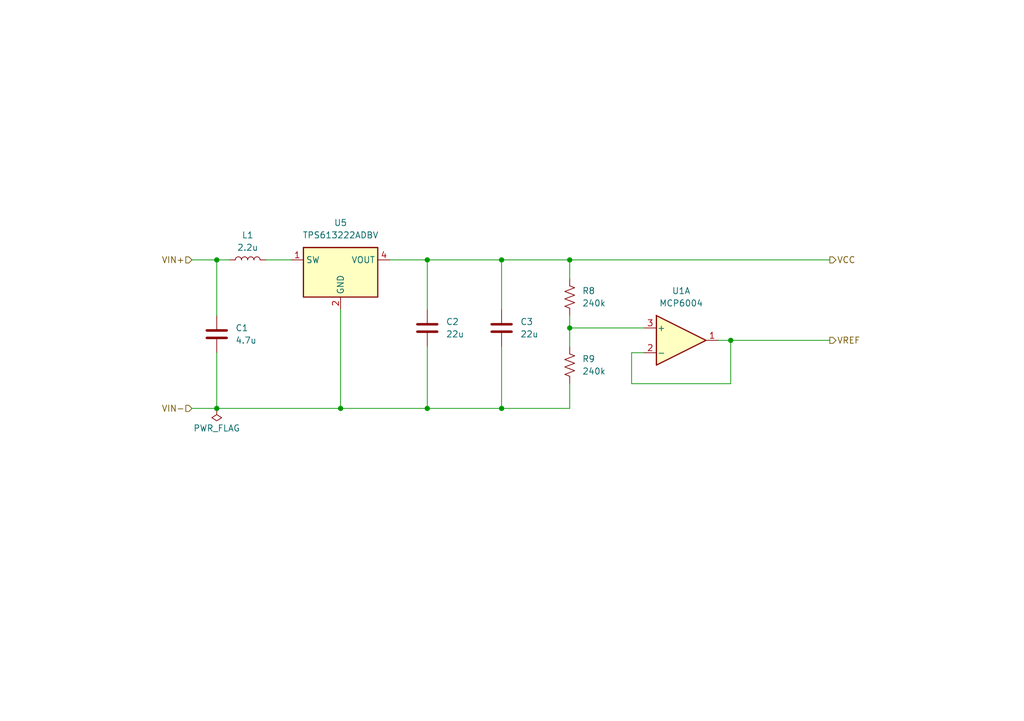
<source format=kicad_sch>
(kicad_sch (version 20250114) (generator "eeschema") (generator_version "9.0")
  (paper "A5")
  (title_block (title "EL223FP4L1") (date "2025-05-08") (rev "1") (company "Boles & Walker") (comment 1 "5V, 2.5V Rail Generator"))
  (lib_symbols
    (symbol "Amplifier_Operational:MCP6004" (pin_names (offset 0.127))
      (property "Reference" "U" (at 0 5.08 0))
      (property "Value" "MCP6004" (at 0 -5.08 0))
      (symbol "MCP6004_1_1"
        (polyline (pts (xy -5.08 5.08) (xy 5.08 0) (xy -5.08 -5.08) (xy -5.08 5.08)) (stroke (width 0.254)) (fill (type background)))
        (pin input line (at -7.62 2.54 0) (length 2.54) (name "+") (number "3"))
        (pin input line (at -7.62 -2.54 0) (length 2.54) (name "-") (number "2"))
        (pin output line (at 7.62 0 180) (length 2.54) (name "~") (number "1"))
      )
      (symbol "MCP6004_2_1"
        (polyline (pts (xy -5.08 5.08) (xy 5.08 0) (xy -5.08 -5.08) (xy -5.08 5.08)) (stroke (width 0.254)) (fill (type background)))
        (pin input line (at -7.62 2.54 0) (length 2.54) (name "+") (number "5"))
        (pin input line (at -7.62 -2.54 0) (length 2.54) (name "-") (number "6"))
        (pin output line (at 7.62 0 180) (length 2.54) (name "~") (number "7"))
      )
      (symbol "MCP6004_3_1"
        (polyline (pts (xy -5.08 5.08) (xy 5.08 0) (xy -5.08 -5.08) (xy -5.08 5.08)) (stroke (width 0.254)) (fill (type background)))
        (pin input line (at -7.62 2.54 0) (length 2.54) (name "+") (number "10"))
        (pin input line (at -7.62 -2.54 0) (length 2.54) (name "-") (number "9"))
        (pin output line (at 7.62 0 180) (length 2.54) (name "~") (number "8"))
      )
      (symbol "MCP6004_4_1"
        (polyline (pts (xy -5.08 5.08) (xy 5.08 0) (xy -5.08 -5.08) (xy -5.08 5.08)) (stroke (width 0.254)) (fill (type background)))
        (pin input line (at -7.62 2.54 0) (length 2.54) (name "+") (number "12"))
        (pin input line (at -7.62 -2.54 0) (length 2.54) (name "-") (number "13"))
        (pin output line (at 7.62 0 180) (length 2.54) (name "~") (number "14"))
      )
      (symbol "MCP6004_5_1"
        (pin power_in line (at -2.54 7.62 270) (length 3.81) (name "V+") (number "4"))
        (pin power_in line (at -2.54 -7.62 90) (length 3.81) (name "V-") (number "11"))
      )
    )
    (symbol "Device:C" (pin_numbers (hide yes)) (pin_names (offset 0.254))
      (property "Reference" "C" (at 0.635 2.54 0))
      (property "Value" "C" (at 0.635 -2.54 0))
      (symbol "C_0_1"
        (polyline (pts (xy -2.032 0.762) (xy 2.032 0.762)) (stroke (width 0.508)))
        (polyline (pts (xy -2.032 -0.762) (xy 2.032 -0.762)) (stroke (width 0.508)))
      )
      (symbol "C_1_1"
        (pin passive line (at 0 3.81 270) (length 2.794) (name "~") (number "1"))
        (pin passive line (at 0 -3.81 90) (length 2.794) (name "~") (number "2"))
      )
    )
    (symbol "Device:L" (pin_numbers (hide yes)) (pin_names (offset 1.016) (hide yes))
      (property "Reference" "L" (at -1.27 0 90))
      (property "Value" "L" (at 1.905 0 90))
      (symbol "L_0_1"
        (arc (start 0 2.54) (mid 0.6323 1.905) (end 0 1.27))
        (arc (start 0 1.27) (mid 0.6323 0.635) (end 0 0))
        (arc (start 0 0) (mid 0.6323 -0.635) (end 0 -1.27))
        (arc (start 0 -1.27) (mid 0.6323 -1.905) (end 0 -2.54))
      )
      (symbol "L_1_1"
        (pin passive line (at 0 3.81 270) (length 1.27) (name "1") (number "1"))
        (pin passive line (at 0 -3.81 90) (length 1.27) (name "2") (number "2"))
      )
    )
    (symbol "Device:R_US" (pin_numbers (hide yes)) (pin_names (offset 0))
      (property "Reference" "R" (at 2.54 0 90))
      (property "Value" "R_US" (at -2.54 0 90))
      (symbol "R_US_0_1"
        (polyline (pts (xy 0 2.286) (xy 0 2.54)))
        (polyline (pts (xy 0 2.286) (xy 1.016 1.905) (xy 0 1.524) (xy -1.016 1.143) (xy 0 0.762)))
        (polyline (pts (xy 0 0.762) (xy 1.016 0.381) (xy 0 0) (xy -1.016 -0.381) (xy 0 -0.762)))
        (polyline (pts (xy 0 -0.762) (xy 1.016 -1.143) (xy 0 -1.524) (xy -1.016 -1.905) (xy 0 -2.286)))
        (polyline (pts (xy 0 -2.286) (xy 0 -2.54)))
      )
      (symbol "R_US_1_1"
        (pin passive line (at 0 3.81 270) (length 1.27) (name "~") (number "1"))
        (pin passive line (at 0 -3.81 90) (length 1.27) (name "~") (number "2"))
      )
    )
    (symbol "Regulator_Switching:TPS613222ADBV"
      (property "Reference" "U" (at -7.62 6.35 0))
      (property "Value" "TPS613222ADBV" (at 2.54 6.35 0))
      (symbol "TPS613222ADBV_0_1"
        (rectangle (start -7.62 5.08) (end 7.62 -5.08) (stroke (width 0.254)) (fill (type background)))
      )
      (symbol "TPS613222ADBV_1_1"
        (pin power_in line (at -10.16 2.54 0) (length 2.54) (name "SW") (number "1"))
        (pin no_connect line (at -7.62 -2.54 0) (length 2.54) (hide yes) (name "NC") (number "3"))
        (pin power_in line (at 0 -7.62 90) (length 2.54) (name "GND") (number "2"))
        (pin no_connect line (at 7.62 -2.54 180) (length 2.54) (hide yes) (name "NC") (number "5"))
        (pin power_out line (at 10.16 2.54 180) (length 2.54) (name "VOUT") (number "4"))
      )
    )
    (symbol "power:PWR_FLAG" (power) (pin_numbers (hide yes)) (pin_names (offset 0) (hide yes))
      (property "Value" "PWR_FLAG" (at 0 3.81 0))
      (symbol "PWR_FLAG_0_0"
        (pin power_out line (at 0 0 90) (length 0) (name "~") (number "1"))
      )
      (symbol "PWR_FLAG_0_1"
        (polyline (pts (xy 0 0) (xy 0 1.27) (xy -1.016 1.905) (xy 0 2.54) (xy 1.016 1.905) (xy 0 1.27)))
      )
    )
  )
  (junction (at 44.45 53.34))
  (junction (at 116.84 67.31))
  (junction (at 149.86 69.85))
  (junction (at 102.87 83.82))
  (junction (at 102.87 53.34))
  (junction (at 116.84 53.34))
  (junction (at 87.63 83.82))
  (junction (at 69.85 83.82))
  (junction (at 44.45 83.82))
  (junction (at 87.63 53.34))
  (wire (pts (xy 147.32 69.85) (xy 149.86 69.85)))
  (wire (pts (xy 46.99 53.34) (xy 44.45 53.34)))
  (wire (pts (xy 44.45 83.82) (xy 39.37 83.82)))
  (wire (pts (xy 44.45 72.39) (xy 44.45 83.82)))
  (wire (pts (xy 80.01 53.34) (xy 87.63 53.34)))
  (wire (pts (xy 102.87 83.82) (xy 116.84 83.82)))
  (wire (pts (xy 116.84 67.31) (xy 116.84 71.12)))
  (wire (pts (xy 149.86 69.85) (xy 170.18 69.85)))
  (wire (pts (xy 116.84 53.34) (xy 116.84 57.15)))
  (wire (pts (xy 116.84 53.34) (xy 170.18 53.34)))
  (wire (pts (xy 149.86 69.85) (xy 149.86 78.74)))
  (wire (pts (xy 54.61 53.34) (xy 59.69 53.34)))
  (wire (pts (xy 102.87 53.34) (xy 116.84 53.34)))
  (wire (pts (xy 102.87 53.34) (xy 102.87 63.5)))
  (wire (pts (xy 116.84 67.31) (xy 132.08 67.31)))
  (wire (pts (xy 87.63 83.82) (xy 102.87 83.82)))
  (wire (pts (xy 116.84 78.74) (xy 116.84 83.82)))
  (wire (pts (xy 87.63 53.34) (xy 102.87 53.34)))
  (wire (pts (xy 116.84 64.77) (xy 116.84 67.31)))
  (wire (pts (xy 129.54 78.74) (xy 129.54 72.39)))
  (wire (pts (xy 39.37 53.34) (xy 44.45 53.34)))
  (wire (pts (xy 44.45 53.34) (xy 44.45 64.77)))
  (wire (pts (xy 69.85 83.82) (xy 87.63 83.82)))
  (wire (pts (xy 44.45 83.82) (xy 69.85 83.82)))
  (wire (pts (xy 69.85 63.5) (xy 69.85 83.82)))
  (wire (pts (xy 129.54 72.39) (xy 132.08 72.39)))
  (wire (pts (xy 87.63 53.34) (xy 87.63 63.5)))
  (wire (pts (xy 102.87 71.12) (xy 102.87 83.82)))
  (wire (pts (xy 149.86 78.74) (xy 129.54 78.74)))
  (wire (pts (xy 87.63 71.12) (xy 87.63 83.82)))
  (hierarchical_label "VIN+" (shape input) (at 39.37 53.34 180))
  (hierarchical_label "VIN-" (shape input) (at 39.37 83.82 180))
  (hierarchical_label "VREF" (shape output) (at 170.18 69.85 0))
  (hierarchical_label "VCC" (shape output) (at 170.18 53.34 0))
  (symbol (lib_id "Amplifier_Operational:MCP6004") (at 139.7 69.85 0) (unit 1)
    (property "Reference" "U1" (at 139.7 59.69 0))
    (property "Value" "MCP6004" (at 139.7 62.23 0))
    (property "Footprint" "Package_SO:SOIC-14_3.9x8.7mm_P1.27mm" (effects (hide yes)))
    (property "Datasheet" "https://ww1.microchip.com/downloads/aemDocuments/documents/MSLD/ProductDocuments/DataSheets/MCP6001-1R-1U-2-4-1-MHz-Low-Power-Op-Amp-DS20001733L.pdf" (effects (hide yes)))
    (property "Description" "1MHz, Low-Power Op Amp, DIP-14/SOIC-14/TSSOP-14" (effects (hide yes)))
    (property "Sim.Library" "MCP6001.lib" (effects (hide yes)))
    (property "Sim.Name" "MCP6004" (effects (hide yes)))
    (property "Sim.Device" "SUBCKT" (effects (hide yes)))
    (property "Sim.Pins" "1=OUTA 2=A- 3=A+ 4=VDD 5=B+ 6=B- 7=OUTB 8=OUTC 9=C- 10=C+ 11=VSS 12=D+ 13=D- 14=OUTD" (effects (hide yes)))
    (property "Part" "MCP6004-I/SL" (effects (hide yes)))
  )
  (symbol (lib_id "Device:R_US") (at 116.84 74.93 0) (unit 1)
    (property "Reference" "R9" (at 119.38 73.6599 0) (effects (justify left)))
    (property "Value" "240k" (at 119.38 76.1999 0) (effects (justify left)))
    (property "Footprint" "Resistor_SMD:R_0805_2012Metric_Pad1.20x1.40mm_HandSolder" (effects (hide yes)))
    (property "Description" "Resistor, US symbol" (effects (hide yes)))
  )
  (symbol (lib_id "Device:L") (at 50.8 53.34 270) (mirror x) (unit 1)
    (property "Reference" "L1" (at 50.8 48.26 90))
    (property "Value" "2.2u" (at 50.8 50.8 90))
    (property "Footprint" "Inductor_SMD:L_0805_2012Metric_Pad1.05x1.20mm_HandSolder" (effects (hide yes)))
    (property "Datasheet" "https://product.tdk.com/system/files/dam/doc/product/inductor/inductor/smd/catalog/inductor_commercial_decoupling_mlz2012_en.pdf" (effects (hide yes)))
    (property "Description" "Inductor" (effects (hide yes)))
    (property "Sim.Device" "SUBCKT" (effects (hide yes)))
    (property "Sim.Pins" "1=port1 2=port2" (effects (hide yes)))
    (property "Sim.Library" "DFE201612E-2R2M.mod" (effects (hide yes)))
    (property "Sim.Name" "DFE201612E-2R2M" (effects (hide yes)))
    (property "Part" "MLZ2012N2R2LT000" (effects (hide yes)))
  )
  (symbol (lib_id "Device:C") (at 102.87 67.31 0) (unit 1)
    (property "Reference" "C3" (at 106.68 66.0399 0) (effects (justify left)))
    (property "Value" "22u" (at 106.68 68.5799 0) (effects (justify left)))
    (property "Footprint" "Capacitor_SMD:C_0805_2012Metric_Pad1.18x1.45mm_HandSolder" (effects (hide yes)))
    (property "Datasheet" "https://static6.arrow.com/aropdfconversion/21199a74879199a3d8ef73fe7d9ef4f54e42a05d/cx5rkgm.pdf" (effects (hide yes)))
    (property "Description" "Unpolarized capacitor" (effects (hide yes)))
    (property "Sim.Device" "SUBCKT" (effects (hide yes)))
    (property "Sim.Pins" "1=+ 2=-" (effects (hide yes)))
    (property "Sim.Library" "RC.lib" (effects (hide yes)))
    (property "Sim.Name" "RC" (effects (hide yes)))
    (property "Part" "KGM21AR50J226KU" (effects (hide yes)))
  )
  (symbol (lib_id "Device:C") (at 87.63 67.31 0) (unit 1)
    (property "Reference" "C2" (at 91.44 66.0399 0) (effects (justify left)))
    (property "Value" "22u" (at 91.44 68.5799 0) (effects (justify left)))
    (property "Footprint" "Capacitor_SMD:C_0805_2012Metric_Pad1.18x1.45mm_HandSolder" (effects (hide yes)))
    (property "Datasheet" "https://static6.arrow.com/aropdfconversion/21199a74879199a3d8ef73fe7d9ef4f54e42a05d/cx5rkgm.pdf" (effects (hide yes)))
    (property "Description" "Unpolarized capacitor" (effects (hide yes)))
    (property "Sim.Device" "SUBCKT" (effects (hide yes)))
    (property "Sim.Pins" "1=+ 2=-" (effects (hide yes)))
    (property "Sim.Library" "RC.lib" (effects (hide yes)))
    (property "Sim.Name" "RC" (effects (hide yes)))
    (property "Part" "KGM21AR50J226KU" (effects (hide yes)))
  )
  (symbol (lib_id "power:PWR_FLAG") (at 44.45 83.82 180) (unit 1)
    (property "Reference" "#FLG01" (effects (hide yes)))
    (property "Value" "PWR_FLAG" (at 44.45 87.884 0))
    (property "Description" "Special symbol for telling ERC where power comes from" (effects (hide yes)))
  )
  (symbol (lib_id "Device:C") (at 44.45 68.58 0) (unit 1)
    (property "Reference" "C1" (at 48.26 67.3099 0) (effects (justify left)))
    (property "Value" "4.7u" (at 48.26 69.8499 0) (effects (justify left)))
    (property "Footprint" "Capacitor_SMD:C_0805_2012Metric_Pad1.18x1.45mm_HandSolder" (effects (hide yes)))
    (property "Description" "Unpolarized capacitor" (effects (hide yes)))
  )
  (symbol (lib_id "Device:R_US") (at 116.84 60.96 0) (unit 1)
    (property "Reference" "R8" (at 119.38 59.6899 0) (effects (justify left)))
    (property "Value" "240k" (at 119.38 62.2299 0) (effects (justify left)))
    (property "Footprint" "Resistor_SMD:R_0805_2012Metric_Pad1.20x1.40mm_HandSolder" (effects (hide yes)))
    (property "Description" "Resistor, US symbol" (effects (hide yes)))
  )
  (symbol (lib_id "Regulator_Switching:TPS613222ADBV") (at 69.85 55.88 0) (unit 1)
    (property "Reference" "U5" (at 69.85 45.72 0))
    (property "Value" "TPS613222ADBV" (at 69.85 48.26 0))
    (property "Footprint" "Package_TO_SOT_SMD:SOT-23-5_HandSoldering" (effects (hide yes)))
    (property "Datasheet" "http://www.ti.com/lit/ds/symlink/tps61322.pdf" (effects (hide yes)))
    (property "Description" "1.8A Step-Up Converter, 5V Output Voltage, 0.9-5.5V Input Voltage, SOT-23-5" (effects (hide yes)))
    (property "Sim.Device" "V" (effects (hide yes)))
    (property "Sim.Pins" "2=- 4=+" (effects (hide yes)))
    (property "Part" "TPS613222ADBVT" (effects (hide yes)))
    (property "Sim.Type" "DC" (effects (hide yes)))
    (property "Sim.Params" "dc=5" (effects (hide yes)))
  )
)
</source>
